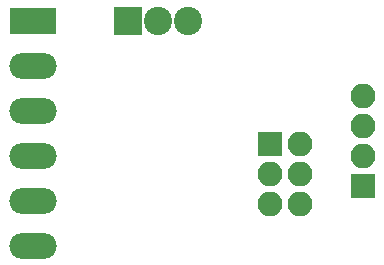
<source format=gbr>
G04 #@! TF.GenerationSoftware,KiCad,Pcbnew,(5.0.0)*
G04 #@! TF.CreationDate,2018-08-07T11:47:38-05:00*
G04 #@! TF.ProjectId,volvo240pcb,766F6C766F3234307063622E6B696361,rev?*
G04 #@! TF.SameCoordinates,Original*
G04 #@! TF.FileFunction,Soldermask,Bot*
G04 #@! TF.FilePolarity,Negative*
%FSLAX46Y46*%
G04 Gerber Fmt 4.6, Leading zero omitted, Abs format (unit mm)*
G04 Created by KiCad (PCBNEW (5.0.0)) date 08/07/18 11:47:38*
%MOMM*%
%LPD*%
G01*
G04 APERTURE LIST*
%ADD10R,4.000000X2.200000*%
%ADD11O,4.000000X2.200000*%
%ADD12R,2.100000X2.100000*%
%ADD13O,2.100000X2.100000*%
%ADD14R,2.400000X2.400000*%
%ADD15C,2.400000*%
G04 APERTURE END LIST*
D10*
G04 #@! TO.C,J1*
X88900000Y-68580000D03*
D11*
X88900000Y-72390000D03*
X88900000Y-76200000D03*
X88900000Y-80010000D03*
X88900000Y-83820000D03*
X88900000Y-87630000D03*
G04 #@! TD*
D12*
G04 #@! TO.C,J2*
X109000000Y-79000000D03*
D13*
X111540000Y-79000000D03*
X109000000Y-81540000D03*
X111540000Y-81540000D03*
X109000000Y-84080000D03*
X111540000Y-84080000D03*
G04 #@! TD*
D12*
G04 #@! TO.C,J3*
X116840000Y-82550000D03*
D13*
X116840000Y-80010000D03*
X116840000Y-77470000D03*
X116840000Y-74930000D03*
G04 #@! TD*
D14*
G04 #@! TO.C,U1*
X97000000Y-68580000D03*
D15*
X99540000Y-68580000D03*
X102080000Y-68580000D03*
G04 #@! TD*
M02*

</source>
